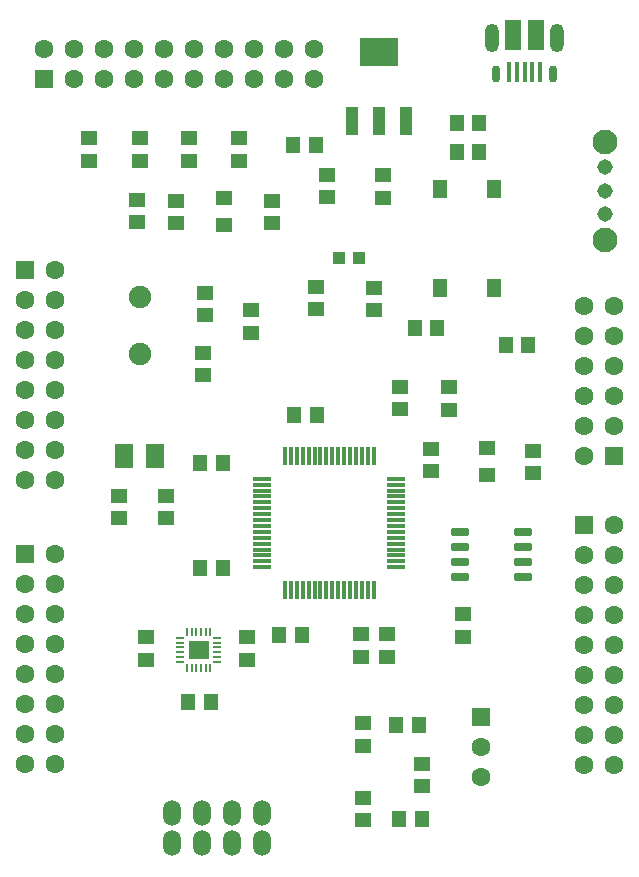
<source format=gbr>
%TF.GenerationSoftware,Altium Limited,Altium Designer,20.2.5 (213)*%
G04 Layer_Color=255*
%FSLAX45Y45*%
%MOMM*%
%TF.SameCoordinates,0B4FD596-2A60-4D0F-BAE7-1B06E363B609*%
%TF.FilePolarity,Positive*%
%TF.FileFunction,Pads,Top*%
%TF.Part,Single*%
G01*
G75*
%TA.AperFunction,SMDPad,CuDef*%
%ADD10R,1.39700X1.27000*%
%ADD11R,1.20000X1.40000*%
G04:AMPARAMS|DCode=12|XSize=1.58mm|YSize=0.6mm|CornerRadius=0.075mm|HoleSize=0mm|Usage=FLASHONLY|Rotation=0.000|XOffset=0mm|YOffset=0mm|HoleType=Round|Shape=RoundedRectangle|*
%AMROUNDEDRECTD12*
21,1,1.58000,0.45000,0,0,0.0*
21,1,1.43000,0.60000,0,0,0.0*
1,1,0.15000,0.71500,-0.22500*
1,1,0.15000,-0.71500,-0.22500*
1,1,0.15000,-0.71500,0.22500*
1,1,0.15000,0.71500,0.22500*
%
%ADD12ROUNDEDRECTD12*%
G04:AMPARAMS|DCode=13|XSize=1.56mm|YSize=0.28mm|CornerRadius=0.07mm|HoleSize=0mm|Usage=FLASHONLY|Rotation=90.000|XOffset=0mm|YOffset=0mm|HoleType=Round|Shape=RoundedRectangle|*
%AMROUNDEDRECTD13*
21,1,1.56000,0.14000,0,0,90.0*
21,1,1.42000,0.28000,0,0,90.0*
1,1,0.14000,0.07000,0.71000*
1,1,0.14000,0.07000,-0.71000*
1,1,0.14000,-0.07000,-0.71000*
1,1,0.14000,-0.07000,0.71000*
%
%ADD13ROUNDEDRECTD13*%
G04:AMPARAMS|DCode=14|XSize=1.56mm|YSize=0.28mm|CornerRadius=0.07mm|HoleSize=0mm|Usage=FLASHONLY|Rotation=180.000|XOffset=0mm|YOffset=0mm|HoleType=Round|Shape=RoundedRectangle|*
%AMROUNDEDRECTD14*
21,1,1.56000,0.14000,0,0,180.0*
21,1,1.42000,0.28000,0,0,180.0*
1,1,0.14000,-0.71000,0.07000*
1,1,0.14000,0.71000,0.07000*
1,1,0.14000,0.71000,-0.07000*
1,1,0.14000,-0.71000,-0.07000*
%
%ADD14ROUNDEDRECTD14*%
%ADD15R,1.40000X1.20000*%
%ADD16R,1.00000X2.40000*%
%ADD17R,3.30000X2.40000*%
%ADD18R,1.10000X1.00000*%
%TA.AperFunction,ConnectorPad*%
%ADD19R,1.42500X2.50000*%
%ADD20R,0.40000X1.75000*%
%TA.AperFunction,SMDPad,CuDef*%
%ADD21R,1.70000X1.54000*%
G04:AMPARAMS|DCode=22|XSize=0.22mm|YSize=0.64mm|CornerRadius=0.0275mm|HoleSize=0mm|Usage=FLASHONLY|Rotation=0.000|XOffset=0mm|YOffset=0mm|HoleType=Round|Shape=RoundedRectangle|*
%AMROUNDEDRECTD22*
21,1,0.22000,0.58500,0,0,0.0*
21,1,0.16500,0.64000,0,0,0.0*
1,1,0.05500,0.08250,-0.29250*
1,1,0.05500,-0.08250,-0.29250*
1,1,0.05500,-0.08250,0.29250*
1,1,0.05500,0.08250,0.29250*
%
%ADD22ROUNDEDRECTD22*%
G04:AMPARAMS|DCode=23|XSize=0.64mm|YSize=0.22mm|CornerRadius=0.0275mm|HoleSize=0mm|Usage=FLASHONLY|Rotation=0.000|XOffset=0mm|YOffset=0mm|HoleType=Round|Shape=RoundedRectangle|*
%AMROUNDEDRECTD23*
21,1,0.64000,0.16500,0,0,0.0*
21,1,0.58500,0.22000,0,0,0.0*
1,1,0.05500,0.29250,-0.08250*
1,1,0.05500,-0.29250,-0.08250*
1,1,0.05500,-0.29250,0.08250*
1,1,0.05500,0.29250,0.08250*
%
%ADD23ROUNDEDRECTD23*%
%ADD24R,1.65000X2.00000*%
%ADD25R,1.27000X1.52400*%
%TA.AperFunction,ComponentPad*%
%ADD31C,1.30800*%
%ADD32C,2.10000*%
%ADD33C,1.60000*%
%ADD34R,1.60000X1.60000*%
%ADD35C,1.90500*%
%ADD36R,1.60000X1.60000*%
%ADD37O,1.52400X2.18440*%
%ADD38O,1.20000X2.40000*%
%ADD39O,0.73000X1.46000*%
D10*
X10248900Y9245600D02*
D03*
Y9474200D02*
D03*
X12471400Y7124700D02*
D03*
Y7353300D02*
D03*
D11*
X10712260Y5766140D02*
D03*
X10902260D02*
D03*
X11030140Y7632360D02*
D03*
X10840140D02*
D03*
X10833100Y9918700D02*
D03*
X11023100D02*
D03*
X11729140Y4210320D02*
D03*
X11919140D02*
D03*
X11703740Y5010420D02*
D03*
X11893740D02*
D03*
X11861800Y8369300D02*
D03*
X12051800D02*
D03*
X9944600Y5207000D02*
D03*
X10134600D02*
D03*
X12215834Y9861392D02*
D03*
X12405834D02*
D03*
X12819960Y8222980D02*
D03*
X12629960D02*
D03*
X12216334Y10102692D02*
D03*
X12406334D02*
D03*
X10236200Y6337300D02*
D03*
X10046200D02*
D03*
X10236200Y7226300D02*
D03*
X10046200D02*
D03*
D12*
X12242500Y6642100D02*
D03*
Y6515100D02*
D03*
Y6388100D02*
D03*
Y6261100D02*
D03*
X12776500D02*
D03*
Y6388100D02*
D03*
Y6515100D02*
D03*
Y6642100D02*
D03*
D13*
X11512900Y7286300D02*
D03*
X11462900D02*
D03*
X11412900D02*
D03*
X11362900D02*
D03*
X11312900D02*
D03*
X11262900D02*
D03*
X11212900D02*
D03*
X11162900D02*
D03*
X11112900D02*
D03*
X11062900D02*
D03*
X11012900D02*
D03*
X10962900D02*
D03*
X10912900D02*
D03*
X10862900D02*
D03*
X10812900D02*
D03*
X10762900D02*
D03*
Y6150300D02*
D03*
X10812900D02*
D03*
X10862900D02*
D03*
X10912900D02*
D03*
X10962900D02*
D03*
X11012900D02*
D03*
X11062900D02*
D03*
X11112900D02*
D03*
X11162900D02*
D03*
X11212900D02*
D03*
X11262900D02*
D03*
X11312900D02*
D03*
X11362900D02*
D03*
X11412900D02*
D03*
X11462900D02*
D03*
X11512900D02*
D03*
D14*
X10569900Y7093300D02*
D03*
Y7043300D02*
D03*
Y6993300D02*
D03*
Y6943300D02*
D03*
Y6893300D02*
D03*
Y6843300D02*
D03*
Y6793300D02*
D03*
Y6743300D02*
D03*
Y6693300D02*
D03*
Y6643300D02*
D03*
Y6593300D02*
D03*
Y6543300D02*
D03*
Y6493300D02*
D03*
Y6443300D02*
D03*
Y6393300D02*
D03*
Y6343300D02*
D03*
X11705900D02*
D03*
Y6393300D02*
D03*
Y6443300D02*
D03*
Y6493300D02*
D03*
Y6543300D02*
D03*
Y6593300D02*
D03*
Y6643300D02*
D03*
Y6693300D02*
D03*
Y6743300D02*
D03*
Y6793300D02*
D03*
Y6843300D02*
D03*
Y6893300D02*
D03*
Y6943300D02*
D03*
Y6993300D02*
D03*
Y7043300D02*
D03*
Y7093300D02*
D03*
D15*
X11404600Y5588000D02*
D03*
Y5778000D02*
D03*
X12001160Y7156260D02*
D03*
Y7346260D02*
D03*
X10369820Y9975160D02*
D03*
Y9785160D02*
D03*
X9099820Y9975160D02*
D03*
Y9785160D02*
D03*
X9531620Y9975160D02*
D03*
Y9785160D02*
D03*
X9506220Y9454460D02*
D03*
Y9264460D02*
D03*
X9950720Y9975160D02*
D03*
Y9785160D02*
D03*
X12865100Y7137900D02*
D03*
Y7327900D02*
D03*
X9842160Y9448300D02*
D03*
Y9258300D02*
D03*
X11595100Y9474200D02*
D03*
Y9664200D02*
D03*
X11115505Y9477140D02*
D03*
Y9667140D02*
D03*
X11023260Y8717860D02*
D03*
Y8527860D02*
D03*
X10655300Y9448300D02*
D03*
Y9258300D02*
D03*
X11734800Y7684000D02*
D03*
Y7874000D02*
D03*
X11919220Y4679260D02*
D03*
Y4489260D02*
D03*
X11426434Y4832160D02*
D03*
Y5022160D02*
D03*
X12270407Y5757340D02*
D03*
Y5947340D02*
D03*
X11423808Y4390580D02*
D03*
Y4200580D02*
D03*
X9587736Y5562252D02*
D03*
Y5752252D02*
D03*
X10439400Y5752600D02*
D03*
Y5562600D02*
D03*
X11512900Y8521200D02*
D03*
Y8711200D02*
D03*
X12147820Y7866960D02*
D03*
Y7676960D02*
D03*
X10477500Y8331200D02*
D03*
Y8521200D02*
D03*
X9359900Y6946900D02*
D03*
Y6756900D02*
D03*
X9754234Y6946900D02*
D03*
Y6756900D02*
D03*
X10070760Y8159060D02*
D03*
Y7969060D02*
D03*
X10083460Y8667060D02*
D03*
Y8477060D02*
D03*
X11627825Y5778000D02*
D03*
Y5588000D02*
D03*
D16*
X11327000Y10124000D02*
D03*
X11557000D02*
D03*
X11787000D02*
D03*
D17*
X11557000Y10704000D02*
D03*
D18*
X11218000Y8966200D02*
D03*
X11388000D02*
D03*
D19*
X12694150Y10848500D02*
D03*
X12886650D02*
D03*
D20*
X12660400Y10541000D02*
D03*
X12725400D02*
D03*
X12790400D02*
D03*
X12855400D02*
D03*
X12920399D02*
D03*
D21*
X10031434Y5644992D02*
D03*
D22*
X9931434Y5799492D02*
D03*
X9971434D02*
D03*
X10011434D02*
D03*
X10051434D02*
D03*
X10091434D02*
D03*
X10131434D02*
D03*
Y5490492D02*
D03*
X10091434D02*
D03*
X10051434D02*
D03*
X10011434D02*
D03*
X9971434D02*
D03*
X9931434D02*
D03*
D23*
X10185934Y5744992D02*
D03*
Y5704992D02*
D03*
Y5664992D02*
D03*
Y5624992D02*
D03*
Y5584992D02*
D03*
Y5544992D02*
D03*
X9876934D02*
D03*
Y5584992D02*
D03*
Y5624992D02*
D03*
Y5664992D02*
D03*
Y5704992D02*
D03*
Y5744992D02*
D03*
D24*
X9398000Y7289800D02*
D03*
X9658000D02*
D03*
D25*
X12077700Y8712200D02*
D03*
X12534900D02*
D03*
X12077700Y9550400D02*
D03*
X12534900D02*
D03*
D31*
X13473134Y9331192D02*
D03*
Y9731192D02*
D03*
Y9531192D02*
D03*
D32*
Y9116192D02*
D03*
Y9946192D02*
D03*
D33*
X12420600Y4826000D02*
D03*
Y4572000D02*
D03*
X8724900Y10731500D02*
D03*
X8978900D02*
D03*
X9232900D02*
D03*
X9486900D02*
D03*
X9740900D02*
D03*
X9994900D02*
D03*
X10248900D02*
D03*
X10502900D02*
D03*
X10756900D02*
D03*
X11010900D02*
D03*
Y10477500D02*
D03*
X10756900D02*
D03*
X10502900D02*
D03*
X10248900D02*
D03*
X9994900D02*
D03*
X9740900D02*
D03*
X9486900D02*
D03*
X9232900D02*
D03*
X8978900D02*
D03*
X13296899Y6451600D02*
D03*
Y6197600D02*
D03*
Y5943600D02*
D03*
Y5689600D02*
D03*
Y5435600D02*
D03*
Y5181600D02*
D03*
Y4927600D02*
D03*
Y4673600D02*
D03*
X13550900D02*
D03*
Y4927600D02*
D03*
Y5181600D02*
D03*
Y5435600D02*
D03*
Y5689600D02*
D03*
Y5943600D02*
D03*
Y6197600D02*
D03*
Y6451600D02*
D03*
Y6705600D02*
D03*
X8558234Y6203792D02*
D03*
Y5949792D02*
D03*
Y5695792D02*
D03*
Y5441792D02*
D03*
Y5187792D02*
D03*
Y4933792D02*
D03*
Y4679792D02*
D03*
X8812234D02*
D03*
Y4933792D02*
D03*
Y5187792D02*
D03*
Y5441792D02*
D03*
Y5695792D02*
D03*
Y5949792D02*
D03*
Y6203792D02*
D03*
Y6457792D02*
D03*
Y8864252D02*
D03*
Y8610252D02*
D03*
Y8356252D02*
D03*
Y8102252D02*
D03*
Y7848252D02*
D03*
Y7594252D02*
D03*
Y7340252D02*
D03*
Y7086252D02*
D03*
X8558234D02*
D03*
Y7340252D02*
D03*
Y7594252D02*
D03*
Y7848252D02*
D03*
Y8102252D02*
D03*
Y8356252D02*
D03*
Y8610252D02*
D03*
X13550999Y8559372D02*
D03*
Y8305372D02*
D03*
Y8051372D02*
D03*
Y7797372D02*
D03*
Y7543372D02*
D03*
X13296999Y8559372D02*
D03*
Y8305372D02*
D03*
Y8051372D02*
D03*
Y7797372D02*
D03*
Y7543372D02*
D03*
Y7289372D02*
D03*
D34*
X12420600Y5080000D02*
D03*
X13296899Y6705600D02*
D03*
X8558234Y6457792D02*
D03*
Y8864252D02*
D03*
X13550999Y7289372D02*
D03*
D35*
X9537700Y8636000D02*
D03*
Y8146004D02*
D03*
D36*
X8724900Y10477500D02*
D03*
D37*
X10564830Y4007337D02*
D03*
X10310830D02*
D03*
X10058100D02*
D03*
X9802830D02*
D03*
X9805370Y4261337D02*
D03*
X10061910D02*
D03*
X10313370D02*
D03*
X10564830D02*
D03*
D38*
X12517900Y10823500D02*
D03*
X13062900D02*
D03*
D39*
X12547900Y10520500D02*
D03*
X13032899D02*
D03*
%TF.MD5,0dd6718197c2b211dbde02d82dba7082*%
M02*

</source>
